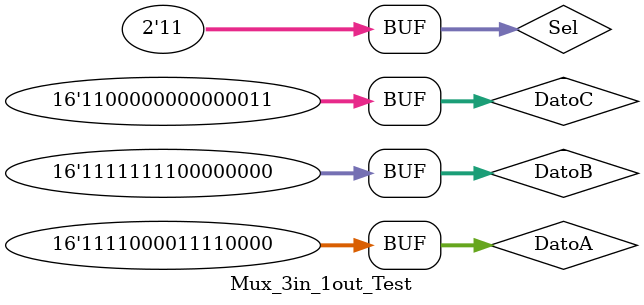
<source format=v>
`timescale 1ns / 1ps


module Mux_3in_1out_Test;

	// Inputs
	reg [15:0] DatoA;
	reg [15:0] DatoB;
	reg [15:0] DatoC;
	reg [1:0] Sel;

	// Outputs
	wire [15:0] Salida;

	// Instantiate the Unit Under Test (UUT)
	Multiplexor_3in_1out uut (
		.DatoA(DatoA), 
		.DatoB(DatoB), 
		.DatoC(DatoC), 
		.Sel(Sel), 
		.Salida(Salida)
	);

	initial begin
		// Initialize Inputs
		DatoA = 'b1111000011110000;
		DatoB = 'b1111111100000000;
		DatoC = 'b1100000000000011;
		Sel = 0;

		// Wait 100 ns for global reset to finish
		#300;
        
		// Add stimulus here
		Sel = 1;
		#300;
		
		Sel = 2;
		#100;
		Sel = 3;
	end
      
endmodule


</source>
